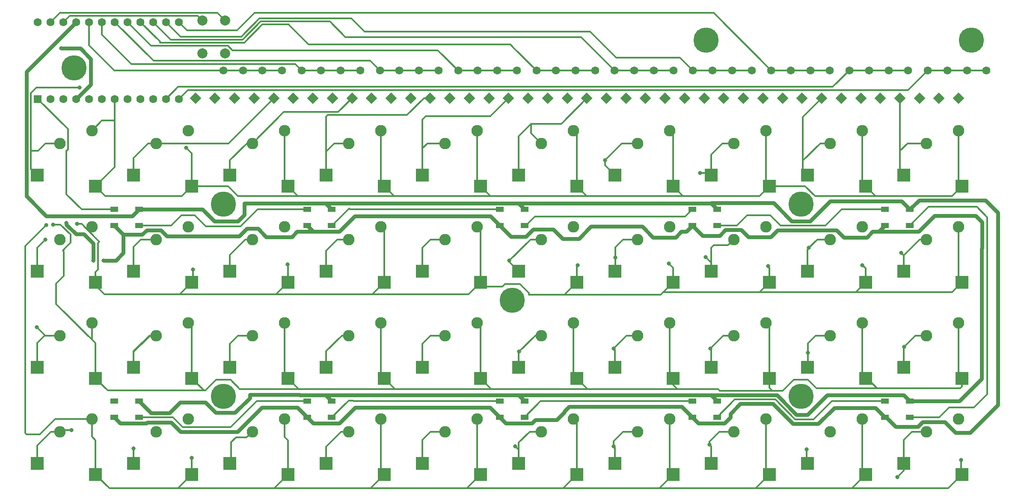
<source format=gbl>
G04 #@! TF.GenerationSoftware,KiCad,Pcbnew,6.0.7-f9a2dced07~116~ubuntu20.04.1*
G04 #@! TF.CreationDate,2022-09-18T13:16:26+08:00*
G04 #@! TF.ProjectId,keyboard v3,6b657962-6f61-4726-9420-76332e6b6963,rev?*
G04 #@! TF.SameCoordinates,Original*
G04 #@! TF.FileFunction,Copper,L2,Bot*
G04 #@! TF.FilePolarity,Positive*
%FSLAX46Y46*%
G04 Gerber Fmt 4.6, Leading zero omitted, Abs format (unit mm)*
G04 Created by KiCad (PCBNEW 6.0.7-f9a2dced07~116~ubuntu20.04.1) date 2022-09-18 13:16:26*
%MOMM*%
%LPD*%
G01*
G04 APERTURE LIST*
G04 Aperture macros list*
%AMRotRect*
0 Rectangle, with rotation*
0 The origin of the aperture is its center*
0 $1 length*
0 $2 width*
0 $3 Rotation angle, in degrees counterclockwise*
0 Add horizontal line*
21,1,$1,$2,0,0,$3*%
G04 Aperture macros list end*
G04 #@! TA.AperFunction,ComponentPad*
%ADD10C,2.286000*%
G04 #@! TD*
G04 #@! TA.AperFunction,SMDPad,CuDef*
%ADD11R,2.600000X2.600000*%
G04 #@! TD*
G04 #@! TA.AperFunction,ComponentPad*
%ADD12RotRect,1.600000X1.600000X45.000000*%
G04 #@! TD*
G04 #@! TA.AperFunction,ComponentPad*
%ADD13C,1.600000*%
G04 #@! TD*
G04 #@! TA.AperFunction,WasherPad*
%ADD14C,5.000000*%
G04 #@! TD*
G04 #@! TA.AperFunction,ComponentPad*
%ADD15R,1.600000X1.600000*%
G04 #@! TD*
G04 #@! TA.AperFunction,SMDPad,CuDef*
%ADD16R,1.500000X1.000000*%
G04 #@! TD*
G04 #@! TA.AperFunction,ComponentPad*
%ADD17C,2.000000*%
G04 #@! TD*
G04 #@! TA.AperFunction,ViaPad*
%ADD18C,0.800000*%
G04 #@! TD*
G04 #@! TA.AperFunction,Conductor*
%ADD19C,0.300000*%
G04 #@! TD*
G04 #@! TA.AperFunction,Conductor*
%ADD20C,0.400000*%
G04 #@! TD*
G04 #@! TA.AperFunction,Conductor*
%ADD21C,0.800000*%
G04 #@! TD*
G04 APERTURE END LIST*
D10*
X70527500Y-90420000D03*
D11*
X71262500Y-101450000D03*
D10*
X64177500Y-92960000D03*
D11*
X59712500Y-99250000D03*
D12*
X114260548Y-64957716D03*
D13*
X119775980Y-59442284D03*
D11*
X185562500Y-120500000D03*
D10*
X184827500Y-109470000D03*
D11*
X174012500Y-118300000D03*
D10*
X178477500Y-112010000D03*
D11*
X147462500Y-139550000D03*
D10*
X146727500Y-128520000D03*
X140377500Y-131060000D03*
D11*
X135912500Y-137350000D03*
X128412500Y-120500000D03*
D10*
X127677500Y-109470000D03*
D11*
X116862500Y-118300000D03*
D10*
X121327500Y-112010000D03*
D14*
X96567500Y-124080000D03*
X210867500Y-85990000D03*
D11*
X185562500Y-101450000D03*
D10*
X184827500Y-90420000D03*
D11*
X174012500Y-99250000D03*
D10*
X178477500Y-92960000D03*
D12*
X106516960Y-64957716D03*
D13*
X112032392Y-59442284D03*
D11*
X90312500Y-139550000D03*
D10*
X89577500Y-128520000D03*
D11*
X78762500Y-137350000D03*
D10*
X83227500Y-131060000D03*
D12*
X211055398Y-64957716D03*
D13*
X216570830Y-59442284D03*
D10*
X241977500Y-109470000D03*
D11*
X242712500Y-120500000D03*
D10*
X235627500Y-112010000D03*
D11*
X231162500Y-118300000D03*
D14*
X67037500Y-59000000D03*
D11*
X128412500Y-139550000D03*
D10*
X127677500Y-128520000D03*
X121327500Y-131060000D03*
D11*
X116862500Y-137350000D03*
X223662500Y-82400000D03*
D10*
X222927500Y-71370000D03*
D11*
X212112500Y-80200000D03*
D10*
X216577500Y-73910000D03*
D11*
X166512500Y-82400000D03*
D10*
X165777500Y-71370000D03*
D11*
X154962500Y-80200000D03*
D10*
X159427500Y-73910000D03*
D11*
X185562500Y-139550000D03*
D10*
X184827500Y-128520000D03*
X178477500Y-131060000D03*
D11*
X174012500Y-137350000D03*
D10*
X203877500Y-71370000D03*
D11*
X204612500Y-82400000D03*
X193062500Y-80200000D03*
D10*
X197527500Y-73910000D03*
D12*
X102645166Y-64957716D03*
D13*
X108160598Y-59442284D03*
D11*
X71262500Y-120500000D03*
D10*
X70527500Y-109470000D03*
D11*
X59712500Y-118300000D03*
D10*
X64177500Y-112010000D03*
D12*
X195568222Y-64957716D03*
D13*
X201083654Y-59442284D03*
D11*
X166512500Y-101450000D03*
D10*
X165777500Y-90420000D03*
X159427500Y-92960000D03*
D11*
X154962500Y-99250000D03*
X204612500Y-139550000D03*
D10*
X203877500Y-128520000D03*
X197527500Y-131060000D03*
D11*
X193062500Y-137350000D03*
D14*
X210867500Y-124070000D03*
D11*
X204612500Y-101450000D03*
D10*
X203877500Y-90420000D03*
D11*
X193062500Y-99250000D03*
D10*
X197527500Y-92960000D03*
D12*
X141363106Y-64957716D03*
D13*
X146878538Y-59442284D03*
D12*
X149106694Y-64957716D03*
D13*
X154622126Y-59442284D03*
D12*
X164593870Y-64957716D03*
D13*
X170109302Y-59442284D03*
D12*
X118132342Y-64957716D03*
D13*
X123647774Y-59442284D03*
D12*
X222670780Y-64957716D03*
D13*
X228186212Y-59442284D03*
D12*
X226542574Y-64957716D03*
D13*
X232058006Y-59442284D03*
D12*
X203311810Y-64957716D03*
D13*
X208827242Y-59442284D03*
D11*
X128412500Y-82400000D03*
D10*
X127677500Y-71370000D03*
D11*
X116862500Y-80200000D03*
D10*
X121327500Y-73910000D03*
D12*
X156850282Y-64957716D03*
D13*
X162365714Y-59442284D03*
D11*
X109362500Y-139550000D03*
D10*
X108627500Y-128520000D03*
D11*
X97812500Y-137350000D03*
D10*
X102277500Y-131060000D03*
D12*
X230414368Y-64957716D03*
D13*
X235929800Y-59442284D03*
D12*
X125875930Y-64957716D03*
D13*
X131391362Y-59442284D03*
D14*
X153717500Y-105020000D03*
D10*
X241977500Y-128520000D03*
D11*
X242712500Y-139550000D03*
X231162500Y-137350000D03*
D10*
X235627500Y-131060000D03*
D14*
X192037500Y-53500000D03*
D10*
X146727500Y-90420000D03*
D11*
X147462500Y-101450000D03*
D10*
X140377500Y-92960000D03*
D11*
X135912500Y-99250000D03*
D12*
X152978488Y-64957716D03*
D13*
X158493920Y-59442284D03*
D12*
X214927192Y-64957716D03*
D13*
X220442624Y-59442284D03*
D10*
X146727500Y-71370000D03*
D11*
X147462500Y-82400000D03*
D10*
X140377500Y-73910000D03*
D11*
X135912500Y-80200000D03*
D10*
X108627500Y-109470000D03*
D11*
X109362500Y-120500000D03*
X97812500Y-118300000D03*
D10*
X102277500Y-112010000D03*
D12*
X234286162Y-64957716D03*
D13*
X239801594Y-59442284D03*
D12*
X145234900Y-64957716D03*
D13*
X150750332Y-59442284D03*
D12*
X137491312Y-64957716D03*
D13*
X143006744Y-59442284D03*
D10*
X241977500Y-71370000D03*
D11*
X242712500Y-82400000D03*
X231162500Y-80200000D03*
D10*
X235627500Y-73910000D03*
X89577500Y-90420000D03*
D11*
X90312500Y-101450000D03*
X78762500Y-99250000D03*
D10*
X83227500Y-92960000D03*
D11*
X223662500Y-120500000D03*
D10*
X222927500Y-109470000D03*
D11*
X212112500Y-118300000D03*
D10*
X216577500Y-112010000D03*
D12*
X191696428Y-64957716D03*
D13*
X197211860Y-59442284D03*
D10*
X146727500Y-109470000D03*
D11*
X147462500Y-120500000D03*
X135912500Y-118300000D03*
D10*
X140377500Y-112010000D03*
X222927500Y-90420000D03*
D11*
X223662500Y-101450000D03*
D10*
X216577500Y-92960000D03*
D11*
X212112500Y-99250000D03*
D10*
X70527500Y-128520000D03*
D11*
X71262500Y-139550000D03*
D10*
X64177500Y-131060000D03*
D11*
X59712500Y-137350000D03*
D14*
X244537500Y-53500000D03*
D12*
X207183604Y-64957716D03*
D13*
X212699036Y-59442284D03*
D12*
X242029750Y-64957716D03*
D13*
X247545182Y-59442284D03*
D12*
X94901578Y-64957716D03*
D13*
X100417010Y-59442284D03*
D12*
X110388754Y-64957716D03*
D13*
X115904186Y-59442284D03*
D10*
X89577500Y-109470000D03*
D11*
X90312500Y-120500000D03*
X78762500Y-118300000D03*
D10*
X83227500Y-112010000D03*
D12*
X172337458Y-64957716D03*
D13*
X177852890Y-59442284D03*
D11*
X71262500Y-82400000D03*
D10*
X70527500Y-71370000D03*
D11*
X59712500Y-80200000D03*
D10*
X64177500Y-73910000D03*
D12*
X122004136Y-64957716D03*
D13*
X127519568Y-59442284D03*
D14*
X96577500Y-85970000D03*
D12*
X199440016Y-64957716D03*
D13*
X204955448Y-59442284D03*
D10*
X127677500Y-90420000D03*
D11*
X128412500Y-101450000D03*
D10*
X121327500Y-92960000D03*
D11*
X116862500Y-99250000D03*
D15*
X59817500Y-65111420D03*
D13*
X62357500Y-65111420D03*
X64897500Y-65111420D03*
X67437500Y-65111420D03*
X69977500Y-65111420D03*
X72517500Y-65111420D03*
X75057500Y-65111420D03*
X77597500Y-65111420D03*
X80137500Y-65111420D03*
X82677500Y-65111420D03*
X85217500Y-65111420D03*
X87757500Y-65111420D03*
X87757500Y-49871420D03*
X85217500Y-49871420D03*
X82677500Y-49871420D03*
X80137500Y-49871420D03*
X77597500Y-49871420D03*
X75057500Y-49871420D03*
X72517500Y-49871420D03*
X69977500Y-49871420D03*
X67437500Y-49871420D03*
X64897500Y-49871420D03*
X62357500Y-49871420D03*
X59817500Y-49871420D03*
D12*
X168465664Y-64957716D03*
D13*
X173981096Y-59442284D03*
D12*
X91029784Y-64957716D03*
D13*
X96545216Y-59442284D03*
D11*
X166512500Y-139550000D03*
D10*
X165777500Y-128520000D03*
D11*
X154962500Y-137350000D03*
D10*
X159427500Y-131060000D03*
D11*
X166512500Y-120500000D03*
D10*
X165777500Y-109470000D03*
D11*
X154962500Y-118300000D03*
D10*
X159427500Y-112010000D03*
D12*
X218798986Y-64957716D03*
D13*
X224314418Y-59442284D03*
D10*
X184827500Y-71370000D03*
D11*
X185562500Y-82400000D03*
X174012500Y-80200000D03*
D10*
X178477500Y-73910000D03*
D12*
X176209252Y-64957716D03*
D13*
X181724684Y-59442284D03*
D12*
X187824634Y-64957716D03*
D13*
X193340066Y-59442284D03*
D10*
X108627500Y-90420000D03*
D11*
X109362500Y-101450000D03*
X97812500Y-99250000D03*
D10*
X102277500Y-92960000D03*
D11*
X109362500Y-82400000D03*
D10*
X108627500Y-71370000D03*
D11*
X97812500Y-80200000D03*
D10*
X102277500Y-73910000D03*
D11*
X90312500Y-82400000D03*
D10*
X89577500Y-71370000D03*
D11*
X78762500Y-80200000D03*
D10*
X83227500Y-73910000D03*
D12*
X98773372Y-64957716D03*
D13*
X104288804Y-59442284D03*
D10*
X241977500Y-90420000D03*
D11*
X242712500Y-101450000D03*
D10*
X235627500Y-92960000D03*
D11*
X231162500Y-99250000D03*
D12*
X238157956Y-64957716D03*
D13*
X243673388Y-59442284D03*
D12*
X133619518Y-64957716D03*
D13*
X139134950Y-59442284D03*
D10*
X222927500Y-128520000D03*
D11*
X223662500Y-139550000D03*
X212112500Y-137350000D03*
D10*
X216577500Y-131060000D03*
D12*
X129747724Y-64957716D03*
D13*
X135263156Y-59442284D03*
D12*
X180081046Y-64957716D03*
D13*
X185596478Y-59442284D03*
D12*
X183952840Y-64957716D03*
D13*
X189468272Y-59442284D03*
D11*
X204612500Y-120500000D03*
D10*
X203877500Y-109470000D03*
D11*
X193062500Y-118300000D03*
D10*
X197527500Y-112010000D03*
D12*
X160722076Y-64957716D03*
D13*
X166237508Y-59442284D03*
D16*
X194262500Y-125000000D03*
X194262500Y-128200000D03*
X189362500Y-128200000D03*
X189362500Y-125000000D03*
X118012500Y-125000000D03*
X118012500Y-128200000D03*
X113112500Y-128200000D03*
X113112500Y-125000000D03*
X232387500Y-125000000D03*
X232387500Y-128200000D03*
X227487500Y-128200000D03*
X227487500Y-125000000D03*
X227487500Y-90200000D03*
X227487500Y-87000000D03*
X232387500Y-87000000D03*
X232387500Y-90200000D03*
X79887500Y-125000000D03*
X79887500Y-128200000D03*
X74987500Y-128200000D03*
X74987500Y-125000000D03*
X156137500Y-125000000D03*
X156137500Y-128200000D03*
X151237500Y-128200000D03*
X151237500Y-125000000D03*
X151237500Y-90200000D03*
X151237500Y-87000000D03*
X156137500Y-87000000D03*
X156137500Y-90200000D03*
D17*
X92437500Y-49600000D03*
X92437500Y-56100000D03*
X96937500Y-56100000D03*
X96937500Y-49600000D03*
D16*
X113112500Y-90200000D03*
X113112500Y-87000000D03*
X118012500Y-87000000D03*
X118012500Y-90200000D03*
X74987500Y-90200000D03*
X74987500Y-87000000D03*
X79887500Y-87000000D03*
X79887500Y-90200000D03*
X189362500Y-90200000D03*
X189362500Y-87000000D03*
X194262500Y-87000000D03*
X194262500Y-90200000D03*
D18*
X68100000Y-62900000D03*
X61347997Y-92960000D03*
X59630000Y-110330000D03*
X66480000Y-130730000D03*
X78762500Y-134437500D03*
X153087500Y-97180000D03*
X155097500Y-115210000D03*
X154277500Y-134000000D03*
X172107500Y-77220000D03*
X174077500Y-96520000D03*
X173767500Y-114590000D03*
X173777500Y-134020000D03*
X190887500Y-79760000D03*
X191987500Y-96510000D03*
X192937500Y-114560000D03*
X192717500Y-133600000D03*
X212367500Y-94650000D03*
X212197500Y-115420000D03*
X211937500Y-134610000D03*
X230647500Y-95590000D03*
X231227500Y-114260000D03*
X229927500Y-140060000D03*
X89170000Y-74759500D03*
X109280000Y-97940000D03*
X204340000Y-98280000D03*
X90520000Y-98890000D03*
X222990000Y-98040000D03*
X166670000Y-98060000D03*
X184710000Y-97720000D03*
X67600000Y-89900000D03*
X62900000Y-90000000D03*
X242510000Y-136660000D03*
X90290000Y-136260000D03*
X61500000Y-90100000D03*
X65520000Y-89680000D03*
X64480000Y-55110000D03*
X72850000Y-97120000D03*
X70840000Y-97140000D03*
D19*
X96545216Y-59442284D02*
X108160598Y-59442284D01*
X96545216Y-59442284D02*
X74939784Y-59442284D01*
X69977500Y-54480000D02*
X69977500Y-49871420D01*
X74939784Y-59442284D02*
X69977500Y-54480000D01*
X59897997Y-75360000D02*
X58500000Y-75360000D01*
X68100000Y-62900000D02*
X59528920Y-62900000D01*
X58500000Y-75360000D02*
X58500000Y-78987500D01*
X58500000Y-63928920D02*
X58500000Y-75360000D01*
X58500000Y-78987500D02*
X59712500Y-80200000D01*
X64177500Y-73910000D02*
X61347997Y-73910000D01*
X59528920Y-62900000D02*
X58500000Y-63928920D01*
X61347997Y-73910000D02*
X59897997Y-75360000D01*
X61347997Y-92960000D02*
X59712500Y-94595497D01*
X59712500Y-94595497D02*
X59712500Y-99250000D01*
X61150000Y-112010000D02*
X59712500Y-113447500D01*
X64177500Y-112010000D02*
X61150000Y-112010000D01*
X59712500Y-113447500D02*
X59712500Y-118300000D01*
X61150000Y-111850000D02*
X61150000Y-112010000D01*
X59630000Y-110330000D02*
X61150000Y-111850000D01*
X66480000Y-130730000D02*
X64507500Y-130730000D01*
X59712500Y-133797500D02*
X59712500Y-137350000D01*
X62450000Y-131060000D02*
X59712500Y-133797500D01*
X64177500Y-131060000D02*
X62450000Y-131060000D01*
X110780108Y-58190000D02*
X112032392Y-59442284D01*
X72517500Y-49871420D02*
X72517500Y-52340000D01*
X78367500Y-58190000D02*
X110780108Y-58190000D01*
X72517500Y-52340000D02*
X78367500Y-58190000D01*
X112032392Y-59442284D02*
X123647774Y-59442284D01*
X78762500Y-76837500D02*
X81690000Y-73910000D01*
X78762500Y-76837500D02*
X78762500Y-80200000D01*
X106516960Y-64957716D02*
X97564676Y-73910000D01*
X97564676Y-73910000D02*
X83227500Y-73910000D01*
X81690000Y-73910000D02*
X83227500Y-73910000D01*
X78762500Y-94437500D02*
X78762500Y-99250000D01*
X80240000Y-92960000D02*
X78762500Y-94437500D01*
X83227500Y-92960000D02*
X80240000Y-92960000D01*
X78762500Y-115137500D02*
X78762500Y-118300000D01*
D20*
X81890000Y-112010000D02*
X78762500Y-115137500D01*
X83227500Y-112010000D02*
X81890000Y-112010000D01*
D19*
X78762500Y-134437500D02*
X78762500Y-137350000D01*
X125627284Y-57550000D02*
X127519568Y-59442284D01*
X75057500Y-49871420D02*
X82736080Y-57550000D01*
X82736080Y-57550000D02*
X125627284Y-57550000D01*
X127519568Y-59442284D02*
X139134950Y-59442284D01*
X108487500Y-67700000D02*
X102277500Y-73910000D01*
X119261852Y-67700000D02*
X108487500Y-67700000D01*
X101190000Y-73910000D02*
X97812500Y-77287500D01*
X102277500Y-73910000D02*
X101190000Y-73910000D01*
X122004136Y-64957716D02*
X119261852Y-67700000D01*
X97812500Y-77287500D02*
X97812500Y-80200000D01*
X97812500Y-99250000D02*
X97812500Y-96012500D01*
X97812500Y-96012500D02*
X100865000Y-92960000D01*
X102277500Y-92960000D02*
X100865000Y-92960000D01*
X102277500Y-112010000D02*
X99447997Y-112010000D01*
X97812500Y-113645497D02*
X97812500Y-118300000D01*
X99447997Y-112010000D02*
X97812500Y-113645497D01*
X102277500Y-131060000D02*
X101134500Y-132203000D01*
X98100000Y-133166599D02*
X98100000Y-137062500D01*
X99063599Y-132203000D02*
X98100000Y-133166599D01*
X101134500Y-132203000D02*
X99063599Y-132203000D01*
X82286080Y-54560000D02*
X77597500Y-49871420D01*
X143006744Y-59442284D02*
X154622126Y-59442284D01*
X97448110Y-54560000D02*
X82286080Y-54560000D01*
X139014460Y-55450000D02*
X98338110Y-55450000D01*
X143006744Y-59442284D02*
X139014460Y-55450000D01*
X98338110Y-55450000D02*
X97448110Y-54560000D01*
X118497997Y-73910000D02*
X116862500Y-75545497D01*
X117200000Y-68300000D02*
X116862500Y-68637500D01*
X132900000Y-68300000D02*
X117200000Y-68300000D01*
X116862500Y-68637500D02*
X116862500Y-80200000D01*
X116862500Y-75545497D02*
X116862500Y-80200000D01*
X137491312Y-64957716D02*
X136242284Y-64957716D01*
X136242284Y-64957716D02*
X132900000Y-68300000D01*
X121327500Y-73910000D02*
X118497997Y-73910000D01*
X116862500Y-95162500D02*
X116862500Y-99250000D01*
X119065000Y-92960000D02*
X116862500Y-95162500D01*
X121327500Y-92960000D02*
X119065000Y-92960000D01*
X121327500Y-112010000D02*
X119990000Y-112010000D01*
X119990000Y-112010000D02*
X116862500Y-115137500D01*
X116862500Y-115137500D02*
X116862500Y-118300000D01*
X121327500Y-131060000D02*
X119840000Y-131060000D01*
X119840000Y-131060000D02*
X116862500Y-134037500D01*
X116862500Y-134037500D02*
X116862500Y-137350000D01*
X100677500Y-53960000D02*
X83997500Y-53960000D01*
X153917500Y-54865864D02*
X153917500Y-54860000D01*
X83997500Y-53960000D02*
X83997500Y-53731420D01*
X153917500Y-54860000D02*
X153387500Y-54330000D01*
X104287500Y-50350000D02*
X100677500Y-53960000D01*
X158493920Y-59442284D02*
X170109302Y-59442284D01*
X109477500Y-50430000D02*
X109477500Y-50350000D01*
X153387500Y-54330000D02*
X113377500Y-54330000D01*
X158493920Y-59442284D02*
X153917500Y-54865864D01*
X109477500Y-50350000D02*
X104287500Y-50350000D01*
X83997500Y-53731420D02*
X80137500Y-49871420D01*
X113377500Y-54330000D02*
X109477500Y-50430000D01*
X135912500Y-74907500D02*
X135912500Y-80200000D01*
X136910000Y-73910000D02*
X140377500Y-73910000D01*
X149386204Y-68550000D02*
X136580000Y-68550000D01*
X152978488Y-64957716D02*
X149386204Y-68550000D01*
X136580000Y-68550000D02*
X135912500Y-69217500D01*
X135912500Y-74907500D02*
X136910000Y-73910000D01*
X135912500Y-69217500D02*
X135912500Y-74907500D01*
X135912500Y-99250000D02*
X135912500Y-94595497D01*
X137547997Y-92960000D02*
X140377500Y-92960000D01*
X135912500Y-94595497D02*
X137547997Y-92960000D01*
X135912500Y-113645497D02*
X135912500Y-118300000D01*
X137547997Y-112010000D02*
X135912500Y-113645497D01*
X140377500Y-112010000D02*
X137547997Y-112010000D01*
X135912500Y-132695497D02*
X135912500Y-137350000D01*
X137547997Y-131060000D02*
X135912500Y-132695497D01*
X140377500Y-131060000D02*
X137547997Y-131060000D01*
X117637500Y-49750000D02*
X120717500Y-52830000D01*
X86166080Y-53360000D02*
X100337500Y-53360000D01*
X167368812Y-52830000D02*
X173981096Y-59442284D01*
X100337500Y-53360000D02*
X103947500Y-49750000D01*
X173981096Y-59442284D02*
X185596478Y-59442284D01*
X103947500Y-49750000D02*
X117637500Y-49750000D01*
X82677500Y-49871420D02*
X86166080Y-53360000D01*
X120717500Y-52830000D02*
X167368812Y-52830000D01*
X168465664Y-64957716D02*
X163403380Y-70020000D01*
X157447500Y-70020000D02*
X154962500Y-72505000D01*
X163403380Y-70020000D02*
X157447500Y-70020000D01*
X157447500Y-70020000D02*
X157447500Y-71930000D01*
X157447500Y-71930000D02*
X159427500Y-73910000D01*
X154962500Y-72505000D02*
X154962500Y-80200000D01*
X157307500Y-92960000D02*
X159427500Y-92960000D01*
X153087500Y-97180000D02*
X153087500Y-97375000D01*
X153087500Y-97180000D02*
X157307500Y-92960000D01*
X153087500Y-97375000D02*
X154962500Y-99250000D01*
X158297500Y-112010000D02*
X159427500Y-112010000D01*
X155097500Y-115210000D02*
X158297500Y-112010000D01*
X154962500Y-115345000D02*
X154962500Y-118300000D01*
X155097500Y-115210000D02*
X154962500Y-115345000D01*
X154962500Y-133247500D02*
X157150000Y-131060000D01*
X154962500Y-134685000D02*
X154962500Y-137350000D01*
X154962500Y-134685000D02*
X154962500Y-133247500D01*
X154277500Y-134000000D02*
X154962500Y-134685000D01*
X157150000Y-131060000D02*
X159427500Y-131060000D01*
X189468272Y-59442284D02*
X201083654Y-59442284D01*
X174257500Y-56900000D02*
X186925988Y-56900000D01*
X88106080Y-52760000D02*
X100088972Y-52760000D01*
X186925988Y-56900000D02*
X189468272Y-59442284D01*
X103698972Y-49150000D02*
X121867500Y-49150000D01*
X100088972Y-52760000D02*
X103698972Y-49150000D01*
X85217500Y-49871420D02*
X88106080Y-52760000D01*
X124517500Y-51800000D02*
X169157500Y-51800000D01*
X121867500Y-49150000D02*
X124517500Y-51800000D01*
X169157500Y-51800000D02*
X174257500Y-56900000D01*
X172107500Y-77220000D02*
X172107500Y-78295000D01*
X178477500Y-73910000D02*
X175417500Y-73910000D01*
X175417500Y-73910000D02*
X172107500Y-77220000D01*
X172107500Y-78295000D02*
X174012500Y-80200000D01*
X174077500Y-96520000D02*
X174077500Y-94530497D01*
X174077500Y-94530497D02*
X175647997Y-92960000D01*
X174077500Y-96520000D02*
X174077500Y-99185000D01*
X175647997Y-92960000D02*
X178477500Y-92960000D01*
X173767500Y-114590000D02*
X176347500Y-112010000D01*
X176347500Y-112010000D02*
X178477500Y-112010000D01*
X174012500Y-114835000D02*
X174012500Y-118300000D01*
X173767500Y-114590000D02*
X174012500Y-114835000D01*
X173777500Y-132930497D02*
X175647997Y-131060000D01*
X173777500Y-134020000D02*
X173777500Y-132930497D01*
X174012500Y-134255000D02*
X174012500Y-137350000D01*
X173777500Y-134020000D02*
X174012500Y-134255000D01*
X175647997Y-131060000D02*
X178477500Y-131060000D01*
X89366080Y-51480000D02*
X99277500Y-51480000D01*
X204955448Y-59442284D02*
X216570830Y-59442284D01*
X99277500Y-51480000D02*
X102697500Y-48060000D01*
X102697500Y-48060000D02*
X193573164Y-48060000D01*
X193573164Y-48060000D02*
X204955448Y-59442284D01*
X87757500Y-49871420D02*
X89366080Y-51480000D01*
X193062500Y-76159797D02*
X193062500Y-80200000D01*
X197527500Y-73910000D02*
X195312297Y-73910000D01*
X190887500Y-79760000D02*
X192622500Y-79760000D01*
X195312297Y-73910000D02*
X193062500Y-76159797D01*
X196384500Y-94103000D02*
X193554997Y-94103000D01*
X193062500Y-97585000D02*
X193062500Y-99250000D01*
X193062500Y-94595497D02*
X193062500Y-99250000D01*
X191987500Y-96510000D02*
X193062500Y-97585000D01*
X193554997Y-94103000D02*
X193062500Y-94595497D01*
X197527500Y-92960000D02*
X196384500Y-94103000D01*
X195487500Y-112010000D02*
X197527500Y-112010000D01*
X192937500Y-114560000D02*
X195487500Y-112010000D01*
X193062500Y-114685000D02*
X193062500Y-118300000D01*
X192937500Y-114560000D02*
X193062500Y-114685000D01*
X194697997Y-131060000D02*
X197527500Y-131060000D01*
X192717500Y-133040497D02*
X194697997Y-131060000D01*
X192717500Y-133600000D02*
X192717500Y-133040497D01*
X193062500Y-133945000D02*
X193062500Y-137350000D01*
X192717500Y-133600000D02*
X193062500Y-133945000D01*
X220442624Y-59442284D02*
X232058006Y-59442284D01*
X85217500Y-65111420D02*
X87608920Y-62720000D01*
X87608920Y-62720000D02*
X217164908Y-62720000D01*
X217164908Y-62720000D02*
X220442624Y-59442284D01*
X216577500Y-73910000D02*
X214660000Y-73910000D01*
X214927192Y-64957716D02*
X211217500Y-68667408D01*
X211217500Y-77352500D02*
X211217500Y-79305000D01*
X214660000Y-73910000D02*
X211217500Y-77352500D01*
X211217500Y-68667408D02*
X211217500Y-77352500D01*
X212112500Y-94905000D02*
X212112500Y-99250000D01*
X212367500Y-94650000D02*
X212112500Y-94905000D01*
X216577500Y-92960000D02*
X214057500Y-92960000D01*
X214057500Y-92960000D02*
X212367500Y-94650000D01*
X212197500Y-115420000D02*
X212197500Y-118215000D01*
X213747997Y-112010000D02*
X216577500Y-112010000D01*
X212197500Y-113560497D02*
X213747997Y-112010000D01*
X212197500Y-115420000D02*
X212197500Y-113560497D01*
X211937500Y-134610000D02*
X211937500Y-137175000D01*
X87757500Y-65111420D02*
X89492575Y-63376345D01*
X231995739Y-63376345D02*
X235929800Y-59442284D01*
X89492575Y-63376345D02*
X231995739Y-63376345D01*
X235929800Y-59442284D02*
X247545182Y-59442284D01*
X231920000Y-73910000D02*
X230414368Y-75415632D01*
X230414368Y-64957716D02*
X230414368Y-75415632D01*
X230414368Y-75415632D02*
X230414368Y-79451868D01*
X235627500Y-73910000D02*
X231920000Y-73910000D01*
X231162500Y-96105000D02*
X231162500Y-99250000D01*
X235627500Y-92960000D02*
X234307500Y-92960000D01*
X230647500Y-95590000D02*
X231162500Y-96105000D01*
X234307500Y-92960000D02*
X231162500Y-96105000D01*
X231162500Y-114325000D02*
X231162500Y-118300000D01*
X235627500Y-112010000D02*
X233477500Y-112010000D01*
X233477500Y-112010000D02*
X231227500Y-114260000D01*
X231227500Y-114260000D02*
X231162500Y-114325000D01*
X229927500Y-140060000D02*
X231162500Y-138825000D01*
X231162500Y-138825000D02*
X231162500Y-137350000D01*
X235627500Y-131060000D02*
X232797997Y-131060000D01*
X232797997Y-131060000D02*
X231162500Y-132695497D01*
X231162500Y-132695497D02*
X231162500Y-137350000D01*
X75057500Y-65111420D02*
X75057500Y-69397500D01*
X127677500Y-71370000D02*
X127677500Y-81665000D01*
X111312501Y-84350001D02*
X99437501Y-84350001D01*
X130362501Y-84350001D02*
X111312501Y-84350001D01*
X75057500Y-78605000D02*
X71262500Y-82400000D01*
X75057500Y-69397500D02*
X75057500Y-78605000D01*
X97487500Y-82400000D02*
X90312500Y-82400000D01*
X185562500Y-82400000D02*
X185562500Y-72105000D01*
X187512501Y-84350001D02*
X168462501Y-84350001D01*
X70527500Y-71370000D02*
X72500000Y-69397500D01*
X72500000Y-69397500D02*
X75057500Y-69397500D01*
X187512501Y-84350001D02*
X185562500Y-82400000D01*
X88362499Y-84350001D02*
X73212501Y-84350001D01*
X149412501Y-84350001D02*
X147462500Y-82400000D01*
X204612500Y-82400000D02*
X202662499Y-84350001D01*
X225612501Y-84350001D02*
X223662500Y-82400000D01*
X89170000Y-74759500D02*
X90312500Y-75902000D01*
X108627500Y-71370000D02*
X108627500Y-81665000D01*
X168462501Y-84350001D02*
X166512500Y-82400000D01*
X242712500Y-82400000D02*
X240762499Y-84350001D01*
X202662499Y-84350001D02*
X187512501Y-84350001D01*
X149412501Y-84350001D02*
X130362501Y-84350001D01*
X166512500Y-82400000D02*
X166512500Y-72105000D01*
X241977500Y-71370000D02*
X241977500Y-81665000D01*
X111312501Y-84350001D02*
X109362500Y-82400000D01*
X90312500Y-75902000D02*
X90312500Y-82400000D01*
X203877500Y-71370000D02*
X203877500Y-81665000D01*
X99437501Y-84350001D02*
X97487500Y-82400000D01*
X225612501Y-84350001D02*
X213611565Y-84350001D01*
X168462501Y-84350001D02*
X149412501Y-84350001D01*
X211661564Y-82400000D02*
X204612500Y-82400000D01*
X185562500Y-72105000D02*
X184827500Y-71370000D01*
X146727500Y-71370000D02*
X146727500Y-81665000D01*
X213611565Y-84350001D02*
X211661564Y-82400000D01*
X90312500Y-82400000D02*
X88362499Y-84350001D01*
X130362501Y-84350001D02*
X128412500Y-82400000D01*
X240762499Y-84350001D02*
X225612501Y-84350001D01*
X166512500Y-72105000D02*
X165777500Y-71370000D01*
X222927500Y-71370000D02*
X222927500Y-81665000D01*
X73212501Y-84350001D02*
X71262500Y-82400000D01*
X145112500Y-103800000D02*
X147462500Y-101450000D01*
X204340000Y-98280000D02*
X204612500Y-98552500D01*
X71740000Y-93710000D02*
X71740000Y-98960000D01*
X72040000Y-93410000D02*
X71740000Y-93710000D01*
X151800000Y-102300000D02*
X152300000Y-101800000D01*
X71262500Y-92652867D02*
X71282867Y-92652867D01*
X73000000Y-103800000D02*
X87962500Y-103800000D01*
X126062500Y-103800000D02*
X145112500Y-103800000D01*
X241977500Y-90420000D02*
X241977500Y-100715000D01*
X164062500Y-103900000D02*
X183112500Y-103900000D01*
X185562500Y-98572500D02*
X185562500Y-101450000D01*
X157000000Y-103600000D02*
X157000000Y-103900000D01*
X109280000Y-97940000D02*
X109362500Y-98022500D01*
X223662500Y-98712500D02*
X223662500Y-101450000D01*
X166670000Y-98060000D02*
X166512500Y-98217500D01*
X184710000Y-97720000D02*
X185562500Y-98572500D01*
X126062500Y-103800000D02*
X128412500Y-101450000D01*
X128412500Y-91155000D02*
X127677500Y-90420000D01*
X67600000Y-89900000D02*
X68509633Y-89900000D01*
X157000000Y-103900000D02*
X164062500Y-103900000D01*
X146612500Y-102300000D02*
X151800000Y-102300000D01*
X68509633Y-89900000D02*
X71262500Y-92652867D01*
X166512500Y-98217500D02*
X166512500Y-101450000D01*
X164062500Y-103900000D02*
X166512500Y-101450000D01*
X202662499Y-103400001D02*
X204612500Y-101450000D01*
X147462500Y-101450000D02*
X147462500Y-91155000D01*
X183612499Y-103400001D02*
X202662499Y-103400001D01*
X71262500Y-99437500D02*
X71262500Y-101450000D01*
X90520000Y-98890000D02*
X90520000Y-101242500D01*
X204612500Y-98552500D02*
X204612500Y-101450000D01*
X71282867Y-92652867D02*
X72040000Y-93410000D01*
X87962500Y-103800000D02*
X107012500Y-103800000D01*
X128412500Y-101450000D02*
X128412500Y-91155000D01*
X147462500Y-91155000D02*
X146727500Y-90420000D01*
X71740000Y-98960000D02*
X71262500Y-99437500D01*
X183112500Y-103900000D02*
X183612499Y-103400001D01*
X107012500Y-103800000D02*
X126062500Y-103800000D01*
X107012500Y-103800000D02*
X109362500Y-101450000D01*
X155200000Y-101800000D02*
X157000000Y-103600000D01*
X109362500Y-98022500D02*
X109362500Y-101450000D01*
X240762499Y-103400001D02*
X242712500Y-101450000D01*
X202662499Y-103400001D02*
X221712499Y-103400001D01*
X221712499Y-103400001D02*
X223662500Y-101450000D01*
X222990000Y-98040000D02*
X223662500Y-98712500D01*
X145112500Y-103800000D02*
X146612500Y-102300000D01*
X87962500Y-103800000D02*
X90312500Y-101450000D01*
X152300000Y-101800000D02*
X155200000Y-101800000D01*
X221712499Y-103400001D02*
X240762499Y-103400001D01*
X183112500Y-103900000D02*
X185562500Y-101450000D01*
X71262500Y-102062500D02*
X73000000Y-103800000D01*
X147462500Y-120500000D02*
X147462500Y-110205000D01*
X65132684Y-94817316D02*
X64790000Y-95160000D01*
X204612500Y-110205000D02*
X203877500Y-109470000D01*
X204612500Y-120500000D02*
X204612500Y-110205000D01*
X168612500Y-122600000D02*
X149562500Y-122600000D01*
X73662500Y-122900000D02*
X71262500Y-120500000D01*
X70527500Y-112812998D02*
X71132251Y-113417749D01*
X65132684Y-94757316D02*
X65132684Y-94817316D01*
X71132251Y-113417749D02*
X71262500Y-113547999D01*
X204612500Y-122412500D02*
X204612500Y-120500000D01*
X207200000Y-123000000D02*
X205200000Y-123000000D01*
X95100000Y-120800000D02*
X93000000Y-122900000D01*
X186400000Y-122600000D02*
X168612500Y-122600000D01*
X66310000Y-92000000D02*
X66310000Y-93580000D01*
X205200000Y-123000000D02*
X194800000Y-123000000D01*
X212200000Y-120800000D02*
X209400000Y-120800000D01*
X194800000Y-123000000D02*
X194400000Y-122600000D01*
X93000000Y-122900000D02*
X92712500Y-122900000D01*
X127677500Y-109470000D02*
X127677500Y-119765000D01*
X225900000Y-122500000D02*
X213900000Y-122500000D01*
X147462500Y-110205000D02*
X146727500Y-109470000D01*
X90312500Y-120500000D02*
X90312500Y-110205000D01*
X242712500Y-122100000D02*
X242312500Y-122500000D01*
X64310000Y-90000000D02*
X66310000Y-92000000D01*
X63460000Y-105745499D02*
X71132251Y-113417749D01*
X149562500Y-122600000D02*
X147462500Y-120500000D01*
X213900000Y-122500000D02*
X212200000Y-120800000D01*
X64990000Y-100170000D02*
X63460000Y-101700000D01*
X130512500Y-122600000D02*
X128412500Y-120500000D01*
X209400000Y-120800000D02*
X207200000Y-123000000D01*
X99800000Y-122600000D02*
X98000000Y-120800000D01*
X111462500Y-122600000D02*
X99800000Y-122600000D01*
X241977500Y-109470000D02*
X241977500Y-119765000D01*
X90312500Y-110205000D02*
X89577500Y-109470000D01*
X62900000Y-90000000D02*
X64310000Y-90000000D01*
X64790000Y-95160000D02*
X64990000Y-95360000D01*
X92712500Y-122900000D02*
X90312500Y-120500000D01*
X185562500Y-121762500D02*
X185562500Y-120500000D01*
X111462500Y-122600000D02*
X109362500Y-120500000D01*
X70527500Y-109470000D02*
X70527500Y-112812998D01*
X92712500Y-122900000D02*
X73662500Y-122900000D01*
X205200000Y-123000000D02*
X204612500Y-122412500D01*
X130512500Y-122600000D02*
X111462500Y-122600000D01*
X66310000Y-93580000D02*
X65132684Y-94757316D01*
X184827500Y-109470000D02*
X184827500Y-119765000D01*
X64990000Y-95360000D02*
X64990000Y-100170000D01*
X71262500Y-113547999D02*
X71262500Y-120500000D01*
X108627500Y-109470000D02*
X108627500Y-119765000D01*
X242312500Y-122500000D02*
X225900000Y-122500000D01*
X225900000Y-122500000D02*
X223900000Y-120500000D01*
X98000000Y-120800000D02*
X95100000Y-120800000D01*
X242712500Y-120500000D02*
X242712500Y-122100000D01*
X186400000Y-122600000D02*
X185562500Y-121762500D01*
X165777500Y-109470000D02*
X165777500Y-119765000D01*
X168612500Y-122600000D02*
X166512500Y-120500000D01*
X194400000Y-122600000D02*
X186400000Y-122600000D01*
X222927500Y-109470000D02*
X222927500Y-119765000D01*
X149562500Y-122600000D02*
X130512500Y-122600000D01*
X63460000Y-101700000D02*
X63460000Y-105745499D01*
X125662500Y-142300000D02*
X144712500Y-142300000D01*
X182831250Y-142281250D02*
X201881250Y-142281250D01*
X201881250Y-142281250D02*
X220931250Y-142281250D01*
X242510000Y-136660000D02*
X242510000Y-139347500D01*
X222927500Y-128520000D02*
X222927500Y-138815000D01*
X201881250Y-142281250D02*
X204612500Y-139550000D01*
X61500000Y-90100000D02*
X57337500Y-94262500D01*
X125662500Y-142300000D02*
X128412500Y-139550000D01*
X87562500Y-142300000D02*
X90312500Y-139550000D01*
X108627500Y-132077500D02*
X109362500Y-132812500D01*
X184827500Y-128520000D02*
X184827500Y-138815000D01*
X87562500Y-142300000D02*
X106612500Y-142300000D01*
X166512500Y-139550000D02*
X166512500Y-129255000D01*
X71262500Y-132762500D02*
X71262500Y-139550000D01*
X70527500Y-128520000D02*
X70527500Y-132027500D01*
X203877500Y-128520000D02*
X203877500Y-138815000D01*
X106612500Y-142300000D02*
X109362500Y-139550000D01*
X144712500Y-142300000D02*
X163762500Y-142300000D01*
X220931250Y-142281250D02*
X223662500Y-139550000D01*
X90290000Y-136260000D02*
X90312500Y-136282500D01*
X127677500Y-128520000D02*
X127677500Y-138815000D01*
X57337500Y-131362500D02*
X57581869Y-131606869D01*
X63300000Y-128520000D02*
X70527500Y-128520000D01*
X108627500Y-128520000D02*
X108627500Y-132077500D01*
X220931250Y-142281250D02*
X239981250Y-142281250D01*
X57337500Y-94262500D02*
X57337500Y-131362500D01*
X144712500Y-142300000D02*
X147462500Y-139550000D01*
X163781250Y-142281250D02*
X166512500Y-139550000D01*
X70527500Y-132027500D02*
X71262500Y-132762500D01*
X146727500Y-128520000D02*
X146727500Y-138815000D01*
X163762500Y-142300000D02*
X163781250Y-142281250D01*
X182831250Y-142281250D02*
X185562500Y-139550000D01*
X74012500Y-142300000D02*
X87562500Y-142300000D01*
X106612500Y-142300000D02*
X125662500Y-142300000D01*
X90312500Y-136282500D02*
X90312500Y-139550000D01*
X163781250Y-142281250D02*
X182831250Y-142281250D01*
X109362500Y-132812500D02*
X109362500Y-139550000D01*
X57581869Y-131606869D02*
X60213131Y-131606869D01*
X166512500Y-129255000D02*
X165777500Y-128520000D01*
X60213131Y-131606869D02*
X63300000Y-128520000D01*
X239981250Y-142281250D02*
X242712500Y-139550000D01*
X71262500Y-139550000D02*
X74012500Y-142300000D01*
X65490000Y-75420000D02*
X65490000Y-83992500D01*
X59817500Y-65111420D02*
X65787500Y-71081420D01*
X65787500Y-71081420D02*
X65787500Y-75122500D01*
X65787500Y-75122500D02*
X65490000Y-75420000D01*
X65490000Y-83992500D02*
X68497500Y-87000000D01*
X68497500Y-87000000D02*
X74987500Y-87000000D01*
X66168920Y-48600000D02*
X64897500Y-49871420D01*
X91437500Y-48600000D02*
X66168920Y-48600000D01*
X92437500Y-49600000D02*
X91437500Y-48600000D01*
X86210000Y-90200000D02*
X88240000Y-88170000D01*
X93060000Y-90350000D02*
X99970000Y-90350000D01*
X90880000Y-88170000D02*
X93060000Y-90350000D01*
X99970000Y-90350000D02*
X103320000Y-87000000D01*
X88240000Y-88170000D02*
X90880000Y-88170000D01*
X79887500Y-90200000D02*
X86210000Y-90200000D01*
X103320000Y-87000000D02*
X113112500Y-87000000D01*
X121440000Y-86820000D02*
X121620000Y-87000000D01*
X121620000Y-87000000D02*
X151237500Y-87000000D01*
X119862500Y-88425000D02*
X119862500Y-88397500D01*
X119862500Y-88397500D02*
X121440000Y-86820000D01*
X119862500Y-88425000D02*
X118087500Y-90200000D01*
X189362500Y-87000000D02*
X187937500Y-88425000D01*
X158212500Y-88425000D02*
X156437500Y-90200000D01*
X187937500Y-88425000D02*
X158212500Y-88425000D01*
X227487500Y-87000000D02*
X218860000Y-87000000D01*
X200180000Y-88160000D02*
X198140000Y-90200000D01*
X204790000Y-88160000D02*
X200180000Y-88160000D01*
X206830000Y-90200000D02*
X204790000Y-88160000D01*
X218860000Y-87000000D02*
X215660000Y-90200000D01*
X215660000Y-90200000D02*
X206830000Y-90200000D01*
X198140000Y-90200000D02*
X194262500Y-90200000D01*
X247700000Y-88560000D02*
X245640000Y-86500000D01*
X232387500Y-128200000D02*
X238210000Y-128200000D01*
X245640000Y-86500000D02*
X236087500Y-86500000D01*
X240150000Y-126260000D02*
X245060000Y-126260000D01*
X247700000Y-123620000D02*
X247700000Y-88560000D01*
X245060000Y-126260000D02*
X247700000Y-123620000D01*
X238210000Y-128200000D02*
X240150000Y-126260000D01*
X236087500Y-86500000D02*
X232387500Y-90200000D01*
X216920000Y-125000000D02*
X227487500Y-125000000D01*
X213280000Y-128640000D02*
X216920000Y-125000000D01*
X197761459Y-124701041D02*
X205738959Y-124701041D01*
X194262500Y-128200000D02*
X197761459Y-124701041D01*
X209677918Y-128640000D02*
X213280000Y-128640000D01*
X205738959Y-124701041D02*
X209677918Y-128640000D01*
X159337500Y-125000000D02*
X189362500Y-125000000D01*
X156137500Y-128200000D02*
X159337500Y-125000000D01*
X122180000Y-124880000D02*
X122300000Y-125000000D01*
X118012500Y-128200000D02*
X121332500Y-124880000D01*
X121332500Y-124880000D02*
X122180000Y-124880000D01*
X122300000Y-125000000D02*
X151237500Y-125000000D01*
X88550000Y-130210000D02*
X97970000Y-130210000D01*
X79887500Y-128200000D02*
X86540000Y-128200000D01*
X97970000Y-130210000D02*
X103180000Y-125000000D01*
X103180000Y-125000000D02*
X113112500Y-125000000D01*
X86540000Y-128200000D02*
X88550000Y-130210000D01*
D21*
X116812500Y-85800000D02*
X154937500Y-85800000D01*
X187232500Y-126070000D02*
X189362500Y-128200000D01*
X225617500Y-126330000D02*
X227487500Y-128200000D01*
X114312500Y-129400000D02*
X119462500Y-129400000D01*
X158287500Y-128700000D02*
X162510000Y-128700000D01*
X151237500Y-128200000D02*
X152437500Y-129400000D01*
X100737500Y-85800000D02*
X116812500Y-85800000D01*
X217460000Y-126330000D02*
X225617500Y-126330000D01*
X113112500Y-128200000D02*
X114312500Y-129400000D01*
X162510000Y-128700000D02*
X164000000Y-127210000D01*
X216630000Y-85380000D02*
X212660000Y-89350000D01*
X152437500Y-129400000D02*
X157587500Y-129400000D01*
X196852500Y-128260000D02*
X196852500Y-127557500D01*
X241440000Y-131250000D02*
X244317500Y-131250000D01*
X212660000Y-89350000D02*
X209030000Y-89350000D01*
X230767500Y-85380000D02*
X216630000Y-85380000D01*
X196852500Y-127557500D02*
X198858959Y-125551041D01*
X229587500Y-130050000D02*
X233990000Y-130050000D01*
X244317500Y-131250000D02*
X249787500Y-125780000D01*
X234187499Y-85200001D02*
X232387500Y-87000000D01*
X99350000Y-131130000D02*
X104190000Y-126290000D01*
X57587500Y-84400000D02*
X57587500Y-59721420D01*
X234930000Y-129110000D02*
X239300000Y-129110000D01*
X79887500Y-87000000D02*
X78547500Y-88340000D01*
X193062500Y-85800000D02*
X194262500Y-87000000D01*
X79887500Y-87000000D02*
X92437500Y-87000000D01*
X209260000Y-129510000D02*
X214280000Y-129510000D01*
X227737500Y-128200000D02*
X229587500Y-130050000D01*
X99447500Y-89350000D02*
X100737500Y-88060000D01*
X214280000Y-129510000D02*
X217460000Y-126330000D01*
X154937500Y-85800000D02*
X193062500Y-85800000D01*
X205440000Y-85760000D02*
X193102500Y-85760000D01*
X94787500Y-89350000D02*
X99447500Y-89350000D01*
X164960000Y-126070000D02*
X187232500Y-126070000D01*
X118012500Y-87000000D02*
X116812500Y-85800000D01*
X74987500Y-128200000D02*
X76187500Y-129400000D01*
X205301041Y-125551041D02*
X209260000Y-129510000D01*
X239300000Y-129110000D02*
X241440000Y-131250000D01*
X119462500Y-129400000D02*
X122612500Y-126250000D01*
X193102500Y-85760000D02*
X193062500Y-85800000D01*
X76187500Y-129400000D02*
X81337500Y-129400000D01*
X92437500Y-87000000D02*
X94787500Y-89350000D01*
X157587500Y-129400000D02*
X158287500Y-128700000D01*
X104190000Y-126290000D02*
X111202500Y-126290000D01*
X61527500Y-88340000D02*
X57587500Y-84400000D01*
X189362500Y-128200000D02*
X190562500Y-129400000D01*
X198858959Y-125551041D02*
X205301041Y-125551041D01*
X209030000Y-89350000D02*
X205440000Y-85760000D01*
X164000000Y-127210000D02*
X164000000Y-127030000D01*
X81337500Y-129400000D02*
X81527500Y-129210000D01*
X100737500Y-88060000D02*
X100737500Y-85800000D01*
X111202500Y-126290000D02*
X113112500Y-128200000D01*
X57587500Y-59721420D02*
X67437500Y-49871420D01*
X154937500Y-85800000D02*
X156137500Y-87000000D01*
X249787500Y-87627500D02*
X247360002Y-85200002D01*
X78547500Y-88340000D02*
X61527500Y-88340000D01*
X81527500Y-129210000D02*
X86200000Y-129210000D01*
X122612500Y-126250000D02*
X149287500Y-126250000D01*
X149287500Y-126250000D02*
X151237500Y-128200000D01*
X233990000Y-130050000D02*
X234930000Y-129110000D01*
X195712500Y-129400000D02*
X196852500Y-128260000D01*
X164000000Y-127030000D02*
X164960000Y-126070000D01*
X86200000Y-129210000D02*
X88120000Y-131130000D01*
X232387500Y-87000000D02*
X230767500Y-85380000D01*
X88120000Y-131130000D02*
X99350000Y-131130000D01*
X247360002Y-85200002D02*
X234187499Y-85200001D01*
X190562500Y-129400000D02*
X195712500Y-129400000D01*
X249787500Y-125780000D02*
X249787500Y-87627500D01*
X193062500Y-123800000D02*
X154937500Y-123800000D01*
X209945000Y-127705000D02*
X212115000Y-127705000D01*
X67444215Y-65111420D02*
X70328670Y-62226965D01*
X154937500Y-123800000D02*
X116812500Y-123800000D01*
X75281418Y-97120000D02*
X76767500Y-95633918D01*
X111622500Y-123760000D02*
X111662500Y-123800000D01*
X187170000Y-91400000D02*
X186020000Y-92550000D01*
X219340000Y-92550000D02*
X217900000Y-91110000D01*
X179410000Y-90410000D02*
X169310000Y-90410000D01*
X242212500Y-125000000D02*
X246600000Y-120612500D01*
X84227000Y-91117000D02*
X81373000Y-91117000D01*
D19*
X95337500Y-48000000D02*
X64228920Y-48000000D01*
D21*
X80510000Y-91980000D02*
X76767500Y-91980000D01*
X194262500Y-125000000D02*
X193062500Y-123800000D01*
X111140000Y-91400000D02*
X110090000Y-92450000D01*
X223880000Y-92550000D02*
X219340000Y-92550000D01*
X246700000Y-89560000D02*
X245420000Y-88280000D01*
X72850000Y-97120000D02*
X75281418Y-97120000D01*
X118012500Y-125000000D02*
X116812500Y-123800000D01*
D19*
X96937500Y-49600000D02*
X95337500Y-48000000D01*
D21*
X67401383Y-91889301D02*
X68959301Y-91889301D01*
X87980000Y-125290000D02*
X93030000Y-125290000D01*
X206180000Y-91110000D02*
X204810000Y-92480000D01*
X79887500Y-125000000D02*
X82237500Y-127350000D01*
X93030000Y-125290000D02*
X95070000Y-127330000D01*
X232387500Y-125000000D02*
X242212500Y-125000000D01*
X105050000Y-92450000D02*
X103380000Y-90780000D01*
X81373000Y-91117000D02*
X80510000Y-91980000D01*
X186020000Y-92550000D02*
X181550000Y-92550000D01*
X70840000Y-93770000D02*
X70840000Y-97140000D01*
X246600000Y-94800000D02*
X246700000Y-94700000D01*
X70328670Y-57199999D02*
X68238671Y-55110000D01*
X156420000Y-92410000D02*
X153447500Y-92410000D01*
X194740000Y-92200000D02*
X191362500Y-92200000D01*
X227487500Y-90200000D02*
X226357500Y-91330000D01*
X225030000Y-91400000D02*
X223880000Y-92550000D01*
X65520000Y-89680000D02*
X65520000Y-90007918D01*
X151237500Y-90200000D02*
X153447500Y-92410000D01*
X68238671Y-55110000D02*
X64480000Y-55110000D01*
X114312500Y-91400000D02*
X113112500Y-90200000D01*
X156137500Y-125000000D02*
X154937500Y-123800000D01*
X114312500Y-91400000D02*
X119462500Y-91400000D01*
X85920000Y-127350000D02*
X87980000Y-125290000D01*
X226287500Y-91400000D02*
X225030000Y-91400000D01*
X101240000Y-90780000D02*
X99730000Y-92290000D01*
X82237500Y-127350000D02*
X85920000Y-127350000D01*
X217900000Y-91110000D02*
X206180000Y-91110000D01*
X119462500Y-91400000D02*
X122542500Y-88320000D01*
X234180000Y-91400000D02*
X226287500Y-91400000D01*
X246600000Y-120612500D02*
X246600000Y-94800000D01*
X231187500Y-123800000D02*
X232387500Y-125000000D01*
X189362500Y-90200000D02*
X188162500Y-91400000D01*
X191362500Y-92200000D02*
X189362500Y-90200000D01*
X76767500Y-95633918D02*
X76767500Y-91980000D01*
X101790000Y-123760000D02*
X111622500Y-123760000D01*
X99730000Y-92290000D02*
X85400000Y-92290000D01*
X206090000Y-123850000D02*
X209945000Y-127705000D01*
X161800000Y-90950000D02*
X157880000Y-90950000D01*
X76767500Y-91980000D02*
X74987500Y-90200000D01*
X157880000Y-90950000D02*
X156420000Y-92410000D01*
X65520000Y-90007918D02*
X67401383Y-91889301D01*
D19*
X64228920Y-48000000D02*
X62357500Y-49871420D01*
D21*
X122542500Y-88320000D02*
X149357500Y-88320000D01*
X199020000Y-91090000D02*
X195850000Y-91090000D01*
X70328670Y-62226965D02*
X70328670Y-57199999D01*
X193062500Y-123800000D02*
X193112500Y-123850000D01*
X166900000Y-92820000D02*
X163670000Y-92820000D01*
X195850000Y-91090000D02*
X194740000Y-92200000D01*
X101790000Y-124410000D02*
X101790000Y-123760000D01*
X193112500Y-123850000D02*
X206090000Y-123850000D01*
X163670000Y-92820000D02*
X161800000Y-90950000D01*
X110090000Y-92450000D02*
X105050000Y-92450000D01*
X103380000Y-90780000D02*
X101240000Y-90780000D01*
X245420000Y-88280000D02*
X237300000Y-88280000D01*
X200410000Y-92480000D02*
X199020000Y-91090000D01*
X114312500Y-91400000D02*
X111140000Y-91400000D01*
X226357500Y-91330000D02*
X226287500Y-91400000D01*
X149357500Y-88320000D02*
X151237500Y-90200000D01*
X188162500Y-91400000D02*
X187170000Y-91400000D01*
X95070000Y-127330000D02*
X98870000Y-127330000D01*
X181550000Y-92550000D02*
X179410000Y-90410000D01*
X169310000Y-90410000D02*
X166900000Y-92820000D01*
X216020000Y-123800000D02*
X231187500Y-123800000D01*
X212115000Y-127705000D02*
X216020000Y-123800000D01*
X246700000Y-94700000D02*
X246700000Y-89560000D01*
X111662500Y-123800000D02*
X116812500Y-123800000D01*
X68959301Y-91889301D02*
X70840000Y-93770000D01*
X237300000Y-88280000D02*
X234180000Y-91400000D01*
X98870000Y-127330000D02*
X101790000Y-124410000D01*
X85400000Y-92290000D02*
X84227000Y-91117000D01*
X204810000Y-92480000D02*
X200410000Y-92480000D01*
M02*

</source>
